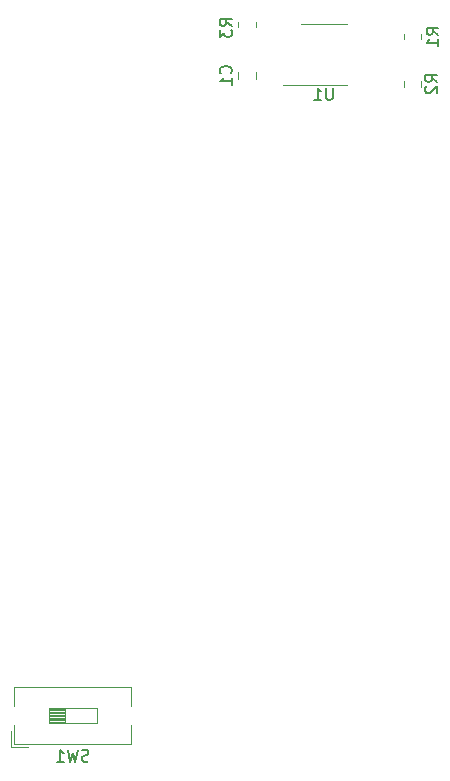
<source format=gbr>
%TF.GenerationSoftware,KiCad,Pcbnew,7.0.6*%
%TF.CreationDate,2023-08-15T16:24:19+02:00*%
%TF.ProjectId,PCB_Badge,5043425f-4261-4646-9765-2e6b69636164,rev?*%
%TF.SameCoordinates,Original*%
%TF.FileFunction,Legend,Bot*%
%TF.FilePolarity,Positive*%
%FSLAX46Y46*%
G04 Gerber Fmt 4.6, Leading zero omitted, Abs format (unit mm)*
G04 Created by KiCad (PCBNEW 7.0.6) date 2023-08-15 16:24:19*
%MOMM*%
%LPD*%
G01*
G04 APERTURE LIST*
%ADD10C,0.150000*%
%ADD11C,0.120000*%
G04 APERTURE END LIST*
D10*
X110333332Y-122327200D02*
X110190475Y-122374819D01*
X110190475Y-122374819D02*
X109952380Y-122374819D01*
X109952380Y-122374819D02*
X109857142Y-122327200D01*
X109857142Y-122327200D02*
X109809523Y-122279580D01*
X109809523Y-122279580D02*
X109761904Y-122184342D01*
X109761904Y-122184342D02*
X109761904Y-122089104D01*
X109761904Y-122089104D02*
X109809523Y-121993866D01*
X109809523Y-121993866D02*
X109857142Y-121946247D01*
X109857142Y-121946247D02*
X109952380Y-121898628D01*
X109952380Y-121898628D02*
X110142856Y-121851009D01*
X110142856Y-121851009D02*
X110238094Y-121803390D01*
X110238094Y-121803390D02*
X110285713Y-121755771D01*
X110285713Y-121755771D02*
X110333332Y-121660533D01*
X110333332Y-121660533D02*
X110333332Y-121565295D01*
X110333332Y-121565295D02*
X110285713Y-121470057D01*
X110285713Y-121470057D02*
X110238094Y-121422438D01*
X110238094Y-121422438D02*
X110142856Y-121374819D01*
X110142856Y-121374819D02*
X109904761Y-121374819D01*
X109904761Y-121374819D02*
X109761904Y-121422438D01*
X109428570Y-121374819D02*
X109190475Y-122374819D01*
X109190475Y-122374819D02*
X108999999Y-121660533D01*
X108999999Y-121660533D02*
X108809523Y-122374819D01*
X108809523Y-122374819D02*
X108571428Y-121374819D01*
X107666666Y-122374819D02*
X108238094Y-122374819D01*
X107952380Y-122374819D02*
X107952380Y-121374819D01*
X107952380Y-121374819D02*
X108047618Y-121517676D01*
X108047618Y-121517676D02*
X108142856Y-121612914D01*
X108142856Y-121612914D02*
X108238094Y-121660533D01*
X122359580Y-64120833D02*
X122407200Y-64073214D01*
X122407200Y-64073214D02*
X122454819Y-63930357D01*
X122454819Y-63930357D02*
X122454819Y-63835119D01*
X122454819Y-63835119D02*
X122407200Y-63692262D01*
X122407200Y-63692262D02*
X122311961Y-63597024D01*
X122311961Y-63597024D02*
X122216723Y-63549405D01*
X122216723Y-63549405D02*
X122026247Y-63501786D01*
X122026247Y-63501786D02*
X121883390Y-63501786D01*
X121883390Y-63501786D02*
X121692914Y-63549405D01*
X121692914Y-63549405D02*
X121597676Y-63597024D01*
X121597676Y-63597024D02*
X121502438Y-63692262D01*
X121502438Y-63692262D02*
X121454819Y-63835119D01*
X121454819Y-63835119D02*
X121454819Y-63930357D01*
X121454819Y-63930357D02*
X121502438Y-64073214D01*
X121502438Y-64073214D02*
X121550057Y-64120833D01*
X122454819Y-65073214D02*
X122454819Y-64501786D01*
X122454819Y-64787500D02*
X121454819Y-64787500D01*
X121454819Y-64787500D02*
X121597676Y-64692262D01*
X121597676Y-64692262D02*
X121692914Y-64597024D01*
X121692914Y-64597024D02*
X121740533Y-64501786D01*
X131011904Y-65354819D02*
X131011904Y-66164342D01*
X131011904Y-66164342D02*
X130964285Y-66259580D01*
X130964285Y-66259580D02*
X130916666Y-66307200D01*
X130916666Y-66307200D02*
X130821428Y-66354819D01*
X130821428Y-66354819D02*
X130630952Y-66354819D01*
X130630952Y-66354819D02*
X130535714Y-66307200D01*
X130535714Y-66307200D02*
X130488095Y-66259580D01*
X130488095Y-66259580D02*
X130440476Y-66164342D01*
X130440476Y-66164342D02*
X130440476Y-65354819D01*
X129440476Y-66354819D02*
X130011904Y-66354819D01*
X129726190Y-66354819D02*
X129726190Y-65354819D01*
X129726190Y-65354819D02*
X129821428Y-65497676D01*
X129821428Y-65497676D02*
X129916666Y-65592914D01*
X129916666Y-65592914D02*
X130011904Y-65640533D01*
X122454819Y-60083333D02*
X121978628Y-59750000D01*
X122454819Y-59511905D02*
X121454819Y-59511905D01*
X121454819Y-59511905D02*
X121454819Y-59892857D01*
X121454819Y-59892857D02*
X121502438Y-59988095D01*
X121502438Y-59988095D02*
X121550057Y-60035714D01*
X121550057Y-60035714D02*
X121645295Y-60083333D01*
X121645295Y-60083333D02*
X121788152Y-60083333D01*
X121788152Y-60083333D02*
X121883390Y-60035714D01*
X121883390Y-60035714D02*
X121931009Y-59988095D01*
X121931009Y-59988095D02*
X121978628Y-59892857D01*
X121978628Y-59892857D02*
X121978628Y-59511905D01*
X121454819Y-60416667D02*
X121454819Y-61035714D01*
X121454819Y-61035714D02*
X121835771Y-60702381D01*
X121835771Y-60702381D02*
X121835771Y-60845238D01*
X121835771Y-60845238D02*
X121883390Y-60940476D01*
X121883390Y-60940476D02*
X121931009Y-60988095D01*
X121931009Y-60988095D02*
X122026247Y-61035714D01*
X122026247Y-61035714D02*
X122264342Y-61035714D01*
X122264342Y-61035714D02*
X122359580Y-60988095D01*
X122359580Y-60988095D02*
X122407200Y-60940476D01*
X122407200Y-60940476D02*
X122454819Y-60845238D01*
X122454819Y-60845238D02*
X122454819Y-60559524D01*
X122454819Y-60559524D02*
X122407200Y-60464286D01*
X122407200Y-60464286D02*
X122359580Y-60416667D01*
X139854819Y-64833333D02*
X139378628Y-64500000D01*
X139854819Y-64261905D02*
X138854819Y-64261905D01*
X138854819Y-64261905D02*
X138854819Y-64642857D01*
X138854819Y-64642857D02*
X138902438Y-64738095D01*
X138902438Y-64738095D02*
X138950057Y-64785714D01*
X138950057Y-64785714D02*
X139045295Y-64833333D01*
X139045295Y-64833333D02*
X139188152Y-64833333D01*
X139188152Y-64833333D02*
X139283390Y-64785714D01*
X139283390Y-64785714D02*
X139331009Y-64738095D01*
X139331009Y-64738095D02*
X139378628Y-64642857D01*
X139378628Y-64642857D02*
X139378628Y-64261905D01*
X138950057Y-65214286D02*
X138902438Y-65261905D01*
X138902438Y-65261905D02*
X138854819Y-65357143D01*
X138854819Y-65357143D02*
X138854819Y-65595238D01*
X138854819Y-65595238D02*
X138902438Y-65690476D01*
X138902438Y-65690476D02*
X138950057Y-65738095D01*
X138950057Y-65738095D02*
X139045295Y-65785714D01*
X139045295Y-65785714D02*
X139140533Y-65785714D01*
X139140533Y-65785714D02*
X139283390Y-65738095D01*
X139283390Y-65738095D02*
X139854819Y-65166667D01*
X139854819Y-65166667D02*
X139854819Y-65785714D01*
X139954819Y-60833333D02*
X139478628Y-60500000D01*
X139954819Y-60261905D02*
X138954819Y-60261905D01*
X138954819Y-60261905D02*
X138954819Y-60642857D01*
X138954819Y-60642857D02*
X139002438Y-60738095D01*
X139002438Y-60738095D02*
X139050057Y-60785714D01*
X139050057Y-60785714D02*
X139145295Y-60833333D01*
X139145295Y-60833333D02*
X139288152Y-60833333D01*
X139288152Y-60833333D02*
X139383390Y-60785714D01*
X139383390Y-60785714D02*
X139431009Y-60738095D01*
X139431009Y-60738095D02*
X139478628Y-60642857D01*
X139478628Y-60642857D02*
X139478628Y-60261905D01*
X139954819Y-61785714D02*
X139954819Y-61214286D01*
X139954819Y-61500000D02*
X138954819Y-61500000D01*
X138954819Y-61500000D02*
X139097676Y-61404762D01*
X139097676Y-61404762D02*
X139192914Y-61309524D01*
X139192914Y-61309524D02*
X139240533Y-61214286D01*
D11*
%TO.C,SW1*%
X106970000Y-117935000D02*
X108323333Y-117935000D01*
X106970000Y-118295000D02*
X108323333Y-118295000D01*
X104050000Y-117700000D02*
X104050000Y-116080000D01*
X106970000Y-118535000D02*
X108323333Y-118535000D01*
X104050000Y-116080000D02*
X113950000Y-116080000D01*
X106970000Y-118415000D02*
X108323333Y-118415000D01*
X106970000Y-118655000D02*
X108323333Y-118655000D01*
X108323333Y-119135000D02*
X108323333Y-117865000D01*
X113950000Y-117700000D02*
X113950000Y-116080000D01*
X113950000Y-120920000D02*
X113950000Y-119300000D01*
X104050000Y-120920000D02*
X104050000Y-119300000D01*
X106970000Y-119135000D02*
X106970000Y-117865000D01*
X106970000Y-118175000D02*
X108323333Y-118175000D01*
X106970000Y-117865000D02*
X111030000Y-117865000D01*
X106970000Y-118775000D02*
X108323333Y-118775000D01*
X111030000Y-119135000D02*
X106970000Y-119135000D01*
X106970000Y-119015000D02*
X108323333Y-119015000D01*
X106970000Y-118895000D02*
X108323333Y-118895000D01*
X103810000Y-121160000D02*
X103810000Y-119777000D01*
X104050000Y-120920000D02*
X113950000Y-120920000D01*
X111030000Y-117865000D02*
X111030000Y-119135000D01*
X106970000Y-118055000D02*
X108323333Y-118055000D01*
X103810000Y-121160000D02*
X105194000Y-121160000D01*
%TO.C,C1*%
X123015000Y-64026248D02*
X123015000Y-64548752D01*
X124485000Y-64026248D02*
X124485000Y-64548752D01*
%TO.C,U1*%
X130250000Y-65060000D02*
X132200000Y-65060000D01*
X130250000Y-59940000D02*
X132200000Y-59940000D01*
X130250000Y-65060000D02*
X126800000Y-65060000D01*
X130250000Y-59940000D02*
X128300000Y-59940000D01*
%TO.C,R3*%
X123015000Y-59772936D02*
X123015000Y-60227064D01*
X124485000Y-59772936D02*
X124485000Y-60227064D01*
%TO.C,R2*%
X138485000Y-65227064D02*
X138485000Y-64772936D01*
X137015000Y-65227064D02*
X137015000Y-64772936D01*
%TO.C,R1*%
X137015000Y-60772936D02*
X137015000Y-61227064D01*
X138485000Y-60772936D02*
X138485000Y-61227064D01*
%TD*%
M02*

</source>
